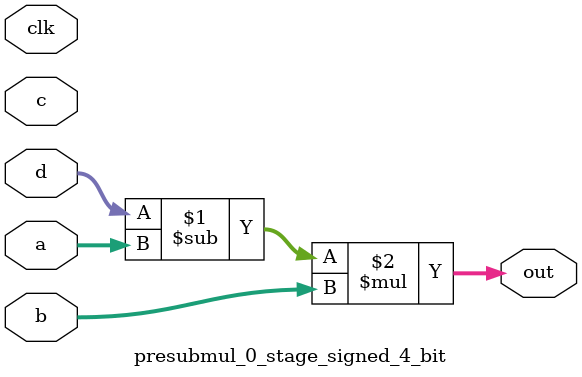
<source format=sv>
(* use_dsp = "yes" *) module presubmul_0_stage_signed_4_bit(
	input signed [3:0] a,
	input signed [3:0] b,
	input signed [3:0] c,
	input signed [3:0] d,
	output [3:0] out,
	input clk);

	assign out = (d - a) * b;
endmodule

</source>
